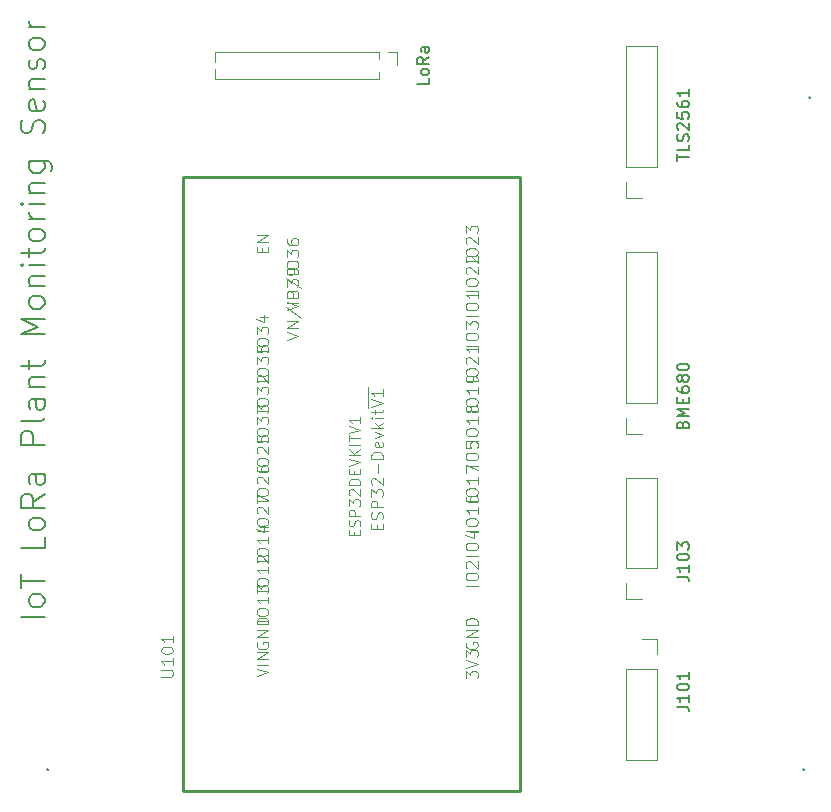
<source format=gbr>
%TF.GenerationSoftware,KiCad,Pcbnew,(5.1.10)-1*%
%TF.CreationDate,2022-02-10T20:54:04-03:00*%
%TF.ProjectId,sensor_v00,73656e73-6f72-45f7-9630-302e6b696361,rev?*%
%TF.SameCoordinates,Original*%
%TF.FileFunction,Legend,Top*%
%TF.FilePolarity,Positive*%
%FSLAX46Y46*%
G04 Gerber Fmt 4.6, Leading zero omitted, Abs format (unit mm)*
G04 Created by KiCad (PCBNEW (5.1.10)-1) date 2022-02-10 20:54:04*
%MOMM*%
%LPD*%
G01*
G04 APERTURE LIST*
%ADD10C,0.200000*%
%ADD11C,0.120000*%
%ADD12C,0.254000*%
%ADD13C,0.150000*%
%ADD14C,0.050000*%
G04 APERTURE END LIST*
D10*
X105904761Y-125679238D02*
X103904761Y-125679238D01*
X105904761Y-124441142D02*
X105809523Y-124631619D01*
X105714285Y-124726857D01*
X105523809Y-124822095D01*
X104952380Y-124822095D01*
X104761904Y-124726857D01*
X104666666Y-124631619D01*
X104571428Y-124441142D01*
X104571428Y-124155428D01*
X104666666Y-123964952D01*
X104761904Y-123869714D01*
X104952380Y-123774476D01*
X105523809Y-123774476D01*
X105714285Y-123869714D01*
X105809523Y-123964952D01*
X105904761Y-124155428D01*
X105904761Y-124441142D01*
X103904761Y-123203047D02*
X103904761Y-122060190D01*
X105904761Y-122631619D02*
X103904761Y-122631619D01*
X105904761Y-118917333D02*
X105904761Y-119869714D01*
X103904761Y-119869714D01*
X105904761Y-117964952D02*
X105809523Y-118155428D01*
X105714285Y-118250666D01*
X105523809Y-118345904D01*
X104952380Y-118345904D01*
X104761904Y-118250666D01*
X104666666Y-118155428D01*
X104571428Y-117964952D01*
X104571428Y-117679238D01*
X104666666Y-117488761D01*
X104761904Y-117393523D01*
X104952380Y-117298285D01*
X105523809Y-117298285D01*
X105714285Y-117393523D01*
X105809523Y-117488761D01*
X105904761Y-117679238D01*
X105904761Y-117964952D01*
X105904761Y-115298285D02*
X104952380Y-115964952D01*
X105904761Y-116441142D02*
X103904761Y-116441142D01*
X103904761Y-115679238D01*
X104000000Y-115488761D01*
X104095238Y-115393523D01*
X104285714Y-115298285D01*
X104571428Y-115298285D01*
X104761904Y-115393523D01*
X104857142Y-115488761D01*
X104952380Y-115679238D01*
X104952380Y-116441142D01*
X105904761Y-113584000D02*
X104857142Y-113584000D01*
X104666666Y-113679238D01*
X104571428Y-113869714D01*
X104571428Y-114250666D01*
X104666666Y-114441142D01*
X105809523Y-113584000D02*
X105904761Y-113774476D01*
X105904761Y-114250666D01*
X105809523Y-114441142D01*
X105619047Y-114536380D01*
X105428571Y-114536380D01*
X105238095Y-114441142D01*
X105142857Y-114250666D01*
X105142857Y-113774476D01*
X105047619Y-113584000D01*
X105904761Y-111107809D02*
X103904761Y-111107809D01*
X103904761Y-110345904D01*
X104000000Y-110155428D01*
X104095238Y-110060190D01*
X104285714Y-109964952D01*
X104571428Y-109964952D01*
X104761904Y-110060190D01*
X104857142Y-110155428D01*
X104952380Y-110345904D01*
X104952380Y-111107809D01*
X105904761Y-108822095D02*
X105809523Y-109012571D01*
X105619047Y-109107809D01*
X103904761Y-109107809D01*
X105904761Y-107203047D02*
X104857142Y-107203047D01*
X104666666Y-107298285D01*
X104571428Y-107488761D01*
X104571428Y-107869714D01*
X104666666Y-108060190D01*
X105809523Y-107203047D02*
X105904761Y-107393523D01*
X105904761Y-107869714D01*
X105809523Y-108060190D01*
X105619047Y-108155428D01*
X105428571Y-108155428D01*
X105238095Y-108060190D01*
X105142857Y-107869714D01*
X105142857Y-107393523D01*
X105047619Y-107203047D01*
X104571428Y-106250666D02*
X105904761Y-106250666D01*
X104761904Y-106250666D02*
X104666666Y-106155428D01*
X104571428Y-105964952D01*
X104571428Y-105679238D01*
X104666666Y-105488761D01*
X104857142Y-105393523D01*
X105904761Y-105393523D01*
X104571428Y-104726857D02*
X104571428Y-103964952D01*
X103904761Y-104441142D02*
X105619047Y-104441142D01*
X105809523Y-104345904D01*
X105904761Y-104155428D01*
X105904761Y-103964952D01*
X105904761Y-101774476D02*
X103904761Y-101774476D01*
X105333333Y-101107809D01*
X103904761Y-100441142D01*
X105904761Y-100441142D01*
X105904761Y-99203047D02*
X105809523Y-99393523D01*
X105714285Y-99488761D01*
X105523809Y-99584000D01*
X104952380Y-99584000D01*
X104761904Y-99488761D01*
X104666666Y-99393523D01*
X104571428Y-99203047D01*
X104571428Y-98917333D01*
X104666666Y-98726857D01*
X104761904Y-98631619D01*
X104952380Y-98536380D01*
X105523809Y-98536380D01*
X105714285Y-98631619D01*
X105809523Y-98726857D01*
X105904761Y-98917333D01*
X105904761Y-99203047D01*
X104571428Y-97679238D02*
X105904761Y-97679238D01*
X104761904Y-97679238D02*
X104666666Y-97584000D01*
X104571428Y-97393523D01*
X104571428Y-97107809D01*
X104666666Y-96917333D01*
X104857142Y-96822095D01*
X105904761Y-96822095D01*
X105904761Y-95869714D02*
X104571428Y-95869714D01*
X103904761Y-95869714D02*
X104000000Y-95964952D01*
X104095238Y-95869714D01*
X104000000Y-95774476D01*
X103904761Y-95869714D01*
X104095238Y-95869714D01*
X104571428Y-95203047D02*
X104571428Y-94441142D01*
X103904761Y-94917333D02*
X105619047Y-94917333D01*
X105809523Y-94822095D01*
X105904761Y-94631619D01*
X105904761Y-94441142D01*
X105904761Y-93488761D02*
X105809523Y-93679238D01*
X105714285Y-93774476D01*
X105523809Y-93869714D01*
X104952380Y-93869714D01*
X104761904Y-93774476D01*
X104666666Y-93679238D01*
X104571428Y-93488761D01*
X104571428Y-93203047D01*
X104666666Y-93012571D01*
X104761904Y-92917333D01*
X104952380Y-92822095D01*
X105523809Y-92822095D01*
X105714285Y-92917333D01*
X105809523Y-93012571D01*
X105904761Y-93203047D01*
X105904761Y-93488761D01*
X105904761Y-91964952D02*
X104571428Y-91964952D01*
X104952380Y-91964952D02*
X104761904Y-91869714D01*
X104666666Y-91774476D01*
X104571428Y-91584000D01*
X104571428Y-91393523D01*
X105904761Y-90726857D02*
X104571428Y-90726857D01*
X103904761Y-90726857D02*
X104000000Y-90822095D01*
X104095238Y-90726857D01*
X104000000Y-90631619D01*
X103904761Y-90726857D01*
X104095238Y-90726857D01*
X104571428Y-89774476D02*
X105904761Y-89774476D01*
X104761904Y-89774476D02*
X104666666Y-89679238D01*
X104571428Y-89488761D01*
X104571428Y-89203047D01*
X104666666Y-89012571D01*
X104857142Y-88917333D01*
X105904761Y-88917333D01*
X104571428Y-87107809D02*
X106190476Y-87107809D01*
X106380952Y-87203047D01*
X106476190Y-87298285D01*
X106571428Y-87488761D01*
X106571428Y-87774476D01*
X106476190Y-87964952D01*
X105809523Y-87107809D02*
X105904761Y-87298285D01*
X105904761Y-87679238D01*
X105809523Y-87869714D01*
X105714285Y-87964952D01*
X105523809Y-88060190D01*
X104952380Y-88060190D01*
X104761904Y-87964952D01*
X104666666Y-87869714D01*
X104571428Y-87679238D01*
X104571428Y-87298285D01*
X104666666Y-87107809D01*
X105809523Y-84726857D02*
X105904761Y-84441142D01*
X105904761Y-83964952D01*
X105809523Y-83774476D01*
X105714285Y-83679238D01*
X105523809Y-83584000D01*
X105333333Y-83584000D01*
X105142857Y-83679238D01*
X105047619Y-83774476D01*
X104952380Y-83964952D01*
X104857142Y-84345904D01*
X104761904Y-84536380D01*
X104666666Y-84631619D01*
X104476190Y-84726857D01*
X104285714Y-84726857D01*
X104095238Y-84631619D01*
X104000000Y-84536380D01*
X103904761Y-84345904D01*
X103904761Y-83869714D01*
X104000000Y-83584000D01*
X105809523Y-81964952D02*
X105904761Y-82155428D01*
X105904761Y-82536380D01*
X105809523Y-82726857D01*
X105619047Y-82822095D01*
X104857142Y-82822095D01*
X104666666Y-82726857D01*
X104571428Y-82536380D01*
X104571428Y-82155428D01*
X104666666Y-81964952D01*
X104857142Y-81869714D01*
X105047619Y-81869714D01*
X105238095Y-82822095D01*
X104571428Y-81012571D02*
X105904761Y-81012571D01*
X104761904Y-81012571D02*
X104666666Y-80917333D01*
X104571428Y-80726857D01*
X104571428Y-80441142D01*
X104666666Y-80250666D01*
X104857142Y-80155428D01*
X105904761Y-80155428D01*
X105809523Y-79298285D02*
X105904761Y-79107809D01*
X105904761Y-78726857D01*
X105809523Y-78536380D01*
X105619047Y-78441142D01*
X105523809Y-78441142D01*
X105333333Y-78536380D01*
X105238095Y-78726857D01*
X105238095Y-79012571D01*
X105142857Y-79203047D01*
X104952380Y-79298285D01*
X104857142Y-79298285D01*
X104666666Y-79203047D01*
X104571428Y-79012571D01*
X104571428Y-78726857D01*
X104666666Y-78536380D01*
X105904761Y-77298285D02*
X105809523Y-77488761D01*
X105714285Y-77584000D01*
X105523809Y-77679238D01*
X104952380Y-77679238D01*
X104761904Y-77584000D01*
X104666666Y-77488761D01*
X104571428Y-77298285D01*
X104571428Y-77012571D01*
X104666666Y-76822095D01*
X104761904Y-76726857D01*
X104952380Y-76631619D01*
X105523809Y-76631619D01*
X105714285Y-76726857D01*
X105809523Y-76822095D01*
X105904761Y-77012571D01*
X105904761Y-77298285D01*
X105904761Y-75774476D02*
X104571428Y-75774476D01*
X104952380Y-75774476D02*
X104761904Y-75679238D01*
X104666666Y-75584000D01*
X104571428Y-75393523D01*
X104571428Y-75203047D01*
D11*
%TO.C,LoRa*%
X120335000Y-77890000D02*
X120335000Y-78692470D01*
X120335000Y-79307530D02*
X120335000Y-80110000D01*
X134240000Y-77890000D02*
X120335000Y-77890000D01*
X134240000Y-80110000D02*
X120335000Y-80110000D01*
X134240000Y-77890000D02*
X134240000Y-78436529D01*
X134240000Y-79563471D02*
X134240000Y-80110000D01*
X135000000Y-77890000D02*
X135760000Y-77890000D01*
X135760000Y-77890000D02*
X135760000Y-79000000D01*
D12*
%TO.C,U101*%
X146117840Y-140440240D02*
X117582840Y-140440240D01*
X146117840Y-88440240D02*
X146117840Y-140440240D01*
X117582840Y-88440240D02*
X146117840Y-88440240D01*
X117582840Y-140440240D02*
X117582840Y-88440240D01*
D11*
%TO.C,TLS2561*%
X157792920Y-87580920D02*
X155132920Y-87580920D01*
X157792920Y-87580920D02*
X157792920Y-77360920D01*
X157792920Y-77360920D02*
X155132920Y-77360920D01*
X155132920Y-87580920D02*
X155132920Y-77360920D01*
X155132920Y-90180920D02*
X155132920Y-88850920D01*
X156462920Y-90180920D02*
X155132920Y-90180920D01*
%TO.C,J103*%
X157792920Y-121580920D02*
X155132920Y-121580920D01*
X157792920Y-121580920D02*
X157792920Y-113900920D01*
X157792920Y-113900920D02*
X155132920Y-113900920D01*
X155132920Y-121580920D02*
X155132920Y-113900920D01*
X155132920Y-124180920D02*
X155132920Y-122850920D01*
X156462920Y-124180920D02*
X155132920Y-124180920D01*
%TO.C,BME680*%
X157792920Y-107580920D02*
X155132920Y-107580920D01*
X157792920Y-107580920D02*
X157792920Y-94820920D01*
X157792920Y-94820920D02*
X155132920Y-94820920D01*
X155132920Y-107580920D02*
X155132920Y-94820920D01*
X155132920Y-110180920D02*
X155132920Y-108850920D01*
X156462920Y-110180920D02*
X155132920Y-110180920D01*
%TO.C,J101*%
X155132920Y-130120920D02*
X157792920Y-130120920D01*
X155132920Y-130120920D02*
X155132920Y-137800920D01*
X155132920Y-137800920D02*
X157792920Y-137800920D01*
X157792920Y-130120920D02*
X157792920Y-137800920D01*
X157792920Y-127520920D02*
X157792920Y-128850920D01*
X156462920Y-127520920D02*
X157792920Y-127520920D01*
%TO.C,.*%
D13*
X106172000Y-138533142D02*
X106219619Y-138580761D01*
X106172000Y-138628380D01*
X106124380Y-138580761D01*
X106172000Y-138533142D01*
X106172000Y-138628380D01*
X170180000Y-138533142D02*
X170227619Y-138580761D01*
X170180000Y-138628380D01*
X170132380Y-138580761D01*
X170180000Y-138533142D01*
X170180000Y-138628380D01*
X170688000Y-81637142D02*
X170735619Y-81684761D01*
X170688000Y-81732380D01*
X170640380Y-81684761D01*
X170688000Y-81637142D01*
X170688000Y-81732380D01*
%TO.C,LoRa*%
X138452380Y-80095238D02*
X138452380Y-80571428D01*
X137452380Y-80571428D01*
X138452380Y-79619047D02*
X138404761Y-79714285D01*
X138357142Y-79761904D01*
X138261904Y-79809523D01*
X137976190Y-79809523D01*
X137880952Y-79761904D01*
X137833333Y-79714285D01*
X137785714Y-79619047D01*
X137785714Y-79476190D01*
X137833333Y-79380952D01*
X137880952Y-79333333D01*
X137976190Y-79285714D01*
X138261904Y-79285714D01*
X138357142Y-79333333D01*
X138404761Y-79380952D01*
X138452380Y-79476190D01*
X138452380Y-79619047D01*
X138452380Y-78285714D02*
X137976190Y-78619047D01*
X138452380Y-78857142D02*
X137452380Y-78857142D01*
X137452380Y-78476190D01*
X137500000Y-78380952D01*
X137547619Y-78333333D01*
X137642857Y-78285714D01*
X137785714Y-78285714D01*
X137880952Y-78333333D01*
X137928571Y-78380952D01*
X137976190Y-78476190D01*
X137976190Y-78857142D01*
X138452380Y-77428571D02*
X137928571Y-77428571D01*
X137833333Y-77476190D01*
X137785714Y-77571428D01*
X137785714Y-77761904D01*
X137833333Y-77857142D01*
X138404761Y-77428571D02*
X138452380Y-77523809D01*
X138452380Y-77761904D01*
X138404761Y-77857142D01*
X138309523Y-77904761D01*
X138214285Y-77904761D01*
X138119047Y-77857142D01*
X138071428Y-77761904D01*
X138071428Y-77523809D01*
X138023809Y-77428571D01*
%TO.C,U101*%
D14*
X115765220Y-130744525D02*
X116574744Y-130744525D01*
X116669982Y-130696906D01*
X116717601Y-130649287D01*
X116765220Y-130554049D01*
X116765220Y-130363573D01*
X116717601Y-130268335D01*
X116669982Y-130220716D01*
X116574744Y-130173097D01*
X115765220Y-130173097D01*
X116765220Y-129173097D02*
X116765220Y-129744525D01*
X116765220Y-129458811D02*
X115765220Y-129458811D01*
X115908078Y-129554049D01*
X116003316Y-129649287D01*
X116050935Y-129744525D01*
X115765220Y-128554049D02*
X115765220Y-128458811D01*
X115812840Y-128363573D01*
X115860459Y-128315954D01*
X115955697Y-128268335D01*
X116146173Y-128220716D01*
X116384268Y-128220716D01*
X116574744Y-128268335D01*
X116669982Y-128315954D01*
X116717601Y-128363573D01*
X116765220Y-128458811D01*
X116765220Y-128554049D01*
X116717601Y-128649287D01*
X116669982Y-128696906D01*
X116574744Y-128744525D01*
X116384268Y-128792144D01*
X116146173Y-128792144D01*
X115955697Y-128744525D01*
X115860459Y-128696906D01*
X115812840Y-128649287D01*
X115765220Y-128554049D01*
X116765220Y-127268335D02*
X116765220Y-127839763D01*
X116765220Y-127554049D02*
X115765220Y-127554049D01*
X115908078Y-127649287D01*
X116003316Y-127744525D01*
X116050935Y-127839763D01*
X132116411Y-118783097D02*
X132116411Y-118483097D01*
X132640220Y-118354525D02*
X132640220Y-118783097D01*
X131640220Y-118783097D01*
X131640220Y-118354525D01*
X132592601Y-118011668D02*
X132640220Y-117883097D01*
X132640220Y-117668811D01*
X132592601Y-117583097D01*
X132544982Y-117540240D01*
X132449744Y-117497382D01*
X132354506Y-117497382D01*
X132259268Y-117540240D01*
X132211649Y-117583097D01*
X132164030Y-117668811D01*
X132116411Y-117840240D01*
X132068792Y-117925954D01*
X132021173Y-117968811D01*
X131925935Y-118011668D01*
X131830697Y-118011668D01*
X131735459Y-117968811D01*
X131687840Y-117925954D01*
X131640220Y-117840240D01*
X131640220Y-117625954D01*
X131687840Y-117497382D01*
X132640220Y-117111668D02*
X131640220Y-117111668D01*
X131640220Y-116768811D01*
X131687840Y-116683097D01*
X131735459Y-116640240D01*
X131830697Y-116597382D01*
X131973554Y-116597382D01*
X132068792Y-116640240D01*
X132116411Y-116683097D01*
X132164030Y-116768811D01*
X132164030Y-117111668D01*
X131640220Y-116297382D02*
X131640220Y-115740240D01*
X132021173Y-116040240D01*
X132021173Y-115911668D01*
X132068792Y-115825954D01*
X132116411Y-115783097D01*
X132211649Y-115740240D01*
X132449744Y-115740240D01*
X132544982Y-115783097D01*
X132592601Y-115825954D01*
X132640220Y-115911668D01*
X132640220Y-116168811D01*
X132592601Y-116254525D01*
X132544982Y-116297382D01*
X131735459Y-115397382D02*
X131687840Y-115354525D01*
X131640220Y-115268811D01*
X131640220Y-115054525D01*
X131687840Y-114968811D01*
X131735459Y-114925954D01*
X131830697Y-114883097D01*
X131925935Y-114883097D01*
X132068792Y-114925954D01*
X132640220Y-115440240D01*
X132640220Y-114883097D01*
X132640220Y-114497382D02*
X131640220Y-114497382D01*
X131640220Y-114283097D01*
X131687840Y-114154525D01*
X131783078Y-114068811D01*
X131878316Y-114025954D01*
X132068792Y-113983097D01*
X132211649Y-113983097D01*
X132402125Y-114025954D01*
X132497363Y-114068811D01*
X132592601Y-114154525D01*
X132640220Y-114283097D01*
X132640220Y-114497382D01*
X132116411Y-113597382D02*
X132116411Y-113297382D01*
X132640220Y-113168811D02*
X132640220Y-113597382D01*
X131640220Y-113597382D01*
X131640220Y-113168811D01*
X131640220Y-112911668D02*
X132640220Y-112611668D01*
X131640220Y-112311668D01*
X132640220Y-112011668D02*
X131640220Y-112011668D01*
X132640220Y-111497382D02*
X132068792Y-111883097D01*
X131640220Y-111497382D02*
X132211649Y-112011668D01*
X132640220Y-111111668D02*
X131640220Y-111111668D01*
X131640220Y-110811668D02*
X131640220Y-110297382D01*
X132640220Y-110554525D02*
X131640220Y-110554525D01*
X131640220Y-110125954D02*
X132640220Y-109825954D01*
X131640220Y-109525954D01*
X132640220Y-108754525D02*
X132640220Y-109268811D01*
X132640220Y-109011668D02*
X131640220Y-109011668D01*
X131783078Y-109097382D01*
X131878316Y-109183097D01*
X131925935Y-109268811D01*
X134026411Y-118275001D02*
X134026411Y-117941668D01*
X134550220Y-117798811D02*
X134550220Y-118275001D01*
X133550220Y-118275001D01*
X133550220Y-117798811D01*
X134502601Y-117417859D02*
X134550220Y-117275001D01*
X134550220Y-117036906D01*
X134502601Y-116941668D01*
X134454982Y-116894049D01*
X134359744Y-116846430D01*
X134264506Y-116846430D01*
X134169268Y-116894049D01*
X134121649Y-116941668D01*
X134074030Y-117036906D01*
X134026411Y-117227382D01*
X133978792Y-117322620D01*
X133931173Y-117370240D01*
X133835935Y-117417859D01*
X133740697Y-117417859D01*
X133645459Y-117370240D01*
X133597840Y-117322620D01*
X133550220Y-117227382D01*
X133550220Y-116989287D01*
X133597840Y-116846430D01*
X134550220Y-116417859D02*
X133550220Y-116417859D01*
X133550220Y-116036906D01*
X133597840Y-115941668D01*
X133645459Y-115894049D01*
X133740697Y-115846430D01*
X133883554Y-115846430D01*
X133978792Y-115894049D01*
X134026411Y-115941668D01*
X134074030Y-116036906D01*
X134074030Y-116417859D01*
X133550220Y-115513097D02*
X133550220Y-114894049D01*
X133931173Y-115227382D01*
X133931173Y-115084525D01*
X133978792Y-114989287D01*
X134026411Y-114941668D01*
X134121649Y-114894049D01*
X134359744Y-114894049D01*
X134454982Y-114941668D01*
X134502601Y-114989287D01*
X134550220Y-115084525D01*
X134550220Y-115370240D01*
X134502601Y-115465478D01*
X134454982Y-115513097D01*
X133645459Y-114513097D02*
X133597840Y-114465478D01*
X133550220Y-114370240D01*
X133550220Y-114132144D01*
X133597840Y-114036906D01*
X133645459Y-113989287D01*
X133740697Y-113941668D01*
X133835935Y-113941668D01*
X133978792Y-113989287D01*
X134550220Y-114560716D01*
X134550220Y-113941668D01*
X134169268Y-113513097D02*
X134169268Y-112751192D01*
X134550220Y-112275001D02*
X133550220Y-112275001D01*
X133550220Y-112036906D01*
X133597840Y-111894049D01*
X133693078Y-111798811D01*
X133788316Y-111751192D01*
X133978792Y-111703573D01*
X134121649Y-111703573D01*
X134312125Y-111751192D01*
X134407363Y-111798811D01*
X134502601Y-111894049D01*
X134550220Y-112036906D01*
X134550220Y-112275001D01*
X134502601Y-110894049D02*
X134550220Y-110989287D01*
X134550220Y-111179763D01*
X134502601Y-111275001D01*
X134407363Y-111322620D01*
X134026411Y-111322620D01*
X133931173Y-111275001D01*
X133883554Y-111179763D01*
X133883554Y-110989287D01*
X133931173Y-110894049D01*
X134026411Y-110846430D01*
X134121649Y-110846430D01*
X134216887Y-111322620D01*
X133883554Y-110513097D02*
X134550220Y-110275001D01*
X133883554Y-110036906D01*
X134550220Y-109655954D02*
X133550220Y-109655954D01*
X134169268Y-109560716D02*
X134550220Y-109275001D01*
X133883554Y-109275001D02*
X134264506Y-109655954D01*
X134550220Y-108846430D02*
X133883554Y-108846430D01*
X133550220Y-108846430D02*
X133597840Y-108894049D01*
X133645459Y-108846430D01*
X133597840Y-108798811D01*
X133550220Y-108846430D01*
X133645459Y-108846430D01*
X133883554Y-108513097D02*
X133883554Y-108132144D01*
X133550220Y-108370240D02*
X134407363Y-108370240D01*
X134502601Y-108322620D01*
X134550220Y-108227382D01*
X134550220Y-108132144D01*
X133312840Y-108036906D02*
X133312840Y-107179763D01*
X133550220Y-107941668D02*
X134550220Y-107608335D01*
X133550220Y-107275001D01*
X133312840Y-107179763D02*
X133312840Y-106227382D01*
X134550220Y-106417859D02*
X134550220Y-106989287D01*
X134550220Y-106703573D02*
X133550220Y-106703573D01*
X133693078Y-106798811D01*
X133788316Y-106894049D01*
X133835935Y-106989287D01*
X124326411Y-94808335D02*
X124326411Y-94475001D01*
X124850220Y-94332144D02*
X124850220Y-94808335D01*
X123850220Y-94808335D01*
X123850220Y-94332144D01*
X124850220Y-93903573D02*
X123850220Y-93903573D01*
X124850220Y-93332144D01*
X123850220Y-93332144D01*
X126390220Y-99681668D02*
X127390220Y-99348335D01*
X126390220Y-99015001D01*
X127390220Y-98681668D02*
X126390220Y-98681668D01*
X126390220Y-98300716D01*
X126437840Y-98205478D01*
X126485459Y-98157859D01*
X126580697Y-98110240D01*
X126723554Y-98110240D01*
X126818792Y-98157859D01*
X126866411Y-98205478D01*
X126914030Y-98300716D01*
X126914030Y-98681668D01*
X126342601Y-96967382D02*
X127628316Y-97824525D01*
X127390220Y-96634049D02*
X126390220Y-96634049D01*
X126390220Y-95967382D02*
X126390220Y-95776906D01*
X126437840Y-95681668D01*
X126533078Y-95586430D01*
X126723554Y-95538811D01*
X127056887Y-95538811D01*
X127247363Y-95586430D01*
X127342601Y-95681668D01*
X127390220Y-95776906D01*
X127390220Y-95967382D01*
X127342601Y-96062620D01*
X127247363Y-96157859D01*
X127056887Y-96205478D01*
X126723554Y-96205478D01*
X126533078Y-96157859D01*
X126437840Y-96062620D01*
X126390220Y-95967382D01*
X126390220Y-95205478D02*
X126390220Y-94586430D01*
X126771173Y-94919763D01*
X126771173Y-94776906D01*
X126818792Y-94681668D01*
X126866411Y-94634049D01*
X126961649Y-94586430D01*
X127199744Y-94586430D01*
X127294982Y-94634049D01*
X127342601Y-94681668D01*
X127390220Y-94776906D01*
X127390220Y-95062620D01*
X127342601Y-95157859D01*
X127294982Y-95205478D01*
X126390220Y-93729287D02*
X126390220Y-93919763D01*
X126437840Y-94015001D01*
X126485459Y-94062620D01*
X126628316Y-94157859D01*
X126818792Y-94205478D01*
X127199744Y-94205478D01*
X127294982Y-94157859D01*
X127342601Y-94110240D01*
X127390220Y-94015001D01*
X127390220Y-93824525D01*
X127342601Y-93729287D01*
X127294982Y-93681668D01*
X127199744Y-93634049D01*
X126961649Y-93634049D01*
X126866411Y-93681668D01*
X126818792Y-93729287D01*
X126771173Y-93824525D01*
X126771173Y-94015001D01*
X126818792Y-94110240D01*
X126866411Y-94157859D01*
X126961649Y-94205478D01*
X126390220Y-102245478D02*
X127390220Y-101912144D01*
X126390220Y-101578811D01*
X127390220Y-101245478D02*
X126390220Y-101245478D01*
X127390220Y-100674049D01*
X126390220Y-100674049D01*
X126342601Y-99483573D02*
X127628316Y-100340716D01*
X127390220Y-99150240D02*
X126390220Y-99150240D01*
X126390220Y-98483573D02*
X126390220Y-98293097D01*
X126437840Y-98197859D01*
X126533078Y-98102620D01*
X126723554Y-98055001D01*
X127056887Y-98055001D01*
X127247363Y-98102620D01*
X127342601Y-98197859D01*
X127390220Y-98293097D01*
X127390220Y-98483573D01*
X127342601Y-98578811D01*
X127247363Y-98674049D01*
X127056887Y-98721668D01*
X126723554Y-98721668D01*
X126533078Y-98674049D01*
X126437840Y-98578811D01*
X126390220Y-98483573D01*
X126390220Y-97721668D02*
X126390220Y-97102620D01*
X126771173Y-97435954D01*
X126771173Y-97293097D01*
X126818792Y-97197859D01*
X126866411Y-97150240D01*
X126961649Y-97102620D01*
X127199744Y-97102620D01*
X127294982Y-97150240D01*
X127342601Y-97197859D01*
X127390220Y-97293097D01*
X127390220Y-97578811D01*
X127342601Y-97674049D01*
X127294982Y-97721668D01*
X127390220Y-96626430D02*
X127390220Y-96435954D01*
X127342601Y-96340716D01*
X127294982Y-96293097D01*
X127152125Y-96197859D01*
X126961649Y-96150240D01*
X126580697Y-96150240D01*
X126485459Y-96197859D01*
X126437840Y-96245478D01*
X126390220Y-96340716D01*
X126390220Y-96531192D01*
X126437840Y-96626430D01*
X126485459Y-96674049D01*
X126580697Y-96721668D01*
X126818792Y-96721668D01*
X126914030Y-96674049D01*
X126961649Y-96626430D01*
X127009268Y-96531192D01*
X127009268Y-96340716D01*
X126961649Y-96245478D01*
X126914030Y-96197859D01*
X126818792Y-96150240D01*
X124850220Y-103166430D02*
X123850220Y-103166430D01*
X123850220Y-102499763D02*
X123850220Y-102309287D01*
X123897840Y-102214049D01*
X123993078Y-102118811D01*
X124183554Y-102071192D01*
X124516887Y-102071192D01*
X124707363Y-102118811D01*
X124802601Y-102214049D01*
X124850220Y-102309287D01*
X124850220Y-102499763D01*
X124802601Y-102595001D01*
X124707363Y-102690240D01*
X124516887Y-102737859D01*
X124183554Y-102737859D01*
X123993078Y-102690240D01*
X123897840Y-102595001D01*
X123850220Y-102499763D01*
X123850220Y-101737859D02*
X123850220Y-101118811D01*
X124231173Y-101452144D01*
X124231173Y-101309287D01*
X124278792Y-101214049D01*
X124326411Y-101166430D01*
X124421649Y-101118811D01*
X124659744Y-101118811D01*
X124754982Y-101166430D01*
X124802601Y-101214049D01*
X124850220Y-101309287D01*
X124850220Y-101595001D01*
X124802601Y-101690240D01*
X124754982Y-101737859D01*
X124183554Y-100261668D02*
X124850220Y-100261668D01*
X123802601Y-100499763D02*
X124516887Y-100737859D01*
X124516887Y-100118811D01*
X124850220Y-105706430D02*
X123850220Y-105706430D01*
X123850220Y-105039763D02*
X123850220Y-104849287D01*
X123897840Y-104754049D01*
X123993078Y-104658811D01*
X124183554Y-104611192D01*
X124516887Y-104611192D01*
X124707363Y-104658811D01*
X124802601Y-104754049D01*
X124850220Y-104849287D01*
X124850220Y-105039763D01*
X124802601Y-105135001D01*
X124707363Y-105230240D01*
X124516887Y-105277859D01*
X124183554Y-105277859D01*
X123993078Y-105230240D01*
X123897840Y-105135001D01*
X123850220Y-105039763D01*
X123850220Y-104277859D02*
X123850220Y-103658811D01*
X124231173Y-103992144D01*
X124231173Y-103849287D01*
X124278792Y-103754049D01*
X124326411Y-103706430D01*
X124421649Y-103658811D01*
X124659744Y-103658811D01*
X124754982Y-103706430D01*
X124802601Y-103754049D01*
X124850220Y-103849287D01*
X124850220Y-104135001D01*
X124802601Y-104230240D01*
X124754982Y-104277859D01*
X123850220Y-102754049D02*
X123850220Y-103230240D01*
X124326411Y-103277859D01*
X124278792Y-103230240D01*
X124231173Y-103135001D01*
X124231173Y-102896906D01*
X124278792Y-102801668D01*
X124326411Y-102754049D01*
X124421649Y-102706430D01*
X124659744Y-102706430D01*
X124754982Y-102754049D01*
X124802601Y-102801668D01*
X124850220Y-102896906D01*
X124850220Y-103135001D01*
X124802601Y-103230240D01*
X124754982Y-103277859D01*
X124850220Y-108246430D02*
X123850220Y-108246430D01*
X123850220Y-107579763D02*
X123850220Y-107389287D01*
X123897840Y-107294049D01*
X123993078Y-107198811D01*
X124183554Y-107151192D01*
X124516887Y-107151192D01*
X124707363Y-107198811D01*
X124802601Y-107294049D01*
X124850220Y-107389287D01*
X124850220Y-107579763D01*
X124802601Y-107675001D01*
X124707363Y-107770240D01*
X124516887Y-107817859D01*
X124183554Y-107817859D01*
X123993078Y-107770240D01*
X123897840Y-107675001D01*
X123850220Y-107579763D01*
X123850220Y-106817859D02*
X123850220Y-106198811D01*
X124231173Y-106532144D01*
X124231173Y-106389287D01*
X124278792Y-106294049D01*
X124326411Y-106246430D01*
X124421649Y-106198811D01*
X124659744Y-106198811D01*
X124754982Y-106246430D01*
X124802601Y-106294049D01*
X124850220Y-106389287D01*
X124850220Y-106675001D01*
X124802601Y-106770240D01*
X124754982Y-106817859D01*
X123945459Y-105817859D02*
X123897840Y-105770240D01*
X123850220Y-105675001D01*
X123850220Y-105436906D01*
X123897840Y-105341668D01*
X123945459Y-105294049D01*
X124040697Y-105246430D01*
X124135935Y-105246430D01*
X124278792Y-105294049D01*
X124850220Y-105865478D01*
X124850220Y-105246430D01*
X124850220Y-110786430D02*
X123850220Y-110786430D01*
X123850220Y-110119763D02*
X123850220Y-109929287D01*
X123897840Y-109834049D01*
X123993078Y-109738811D01*
X124183554Y-109691192D01*
X124516887Y-109691192D01*
X124707363Y-109738811D01*
X124802601Y-109834049D01*
X124850220Y-109929287D01*
X124850220Y-110119763D01*
X124802601Y-110215001D01*
X124707363Y-110310240D01*
X124516887Y-110357859D01*
X124183554Y-110357859D01*
X123993078Y-110310240D01*
X123897840Y-110215001D01*
X123850220Y-110119763D01*
X123850220Y-109357859D02*
X123850220Y-108738811D01*
X124231173Y-109072144D01*
X124231173Y-108929287D01*
X124278792Y-108834049D01*
X124326411Y-108786430D01*
X124421649Y-108738811D01*
X124659744Y-108738811D01*
X124754982Y-108786430D01*
X124802601Y-108834049D01*
X124850220Y-108929287D01*
X124850220Y-109215001D01*
X124802601Y-109310240D01*
X124754982Y-109357859D01*
X123850220Y-108405478D02*
X123850220Y-107786430D01*
X124231173Y-108119763D01*
X124231173Y-107976906D01*
X124278792Y-107881668D01*
X124326411Y-107834049D01*
X124421649Y-107786430D01*
X124659744Y-107786430D01*
X124754982Y-107834049D01*
X124802601Y-107881668D01*
X124850220Y-107976906D01*
X124850220Y-108262620D01*
X124802601Y-108357859D01*
X124754982Y-108405478D01*
X124850220Y-113326430D02*
X123850220Y-113326430D01*
X123850220Y-112659763D02*
X123850220Y-112469287D01*
X123897840Y-112374049D01*
X123993078Y-112278811D01*
X124183554Y-112231192D01*
X124516887Y-112231192D01*
X124707363Y-112278811D01*
X124802601Y-112374049D01*
X124850220Y-112469287D01*
X124850220Y-112659763D01*
X124802601Y-112755001D01*
X124707363Y-112850240D01*
X124516887Y-112897859D01*
X124183554Y-112897859D01*
X123993078Y-112850240D01*
X123897840Y-112755001D01*
X123850220Y-112659763D01*
X123945459Y-111850240D02*
X123897840Y-111802620D01*
X123850220Y-111707382D01*
X123850220Y-111469287D01*
X123897840Y-111374049D01*
X123945459Y-111326430D01*
X124040697Y-111278811D01*
X124135935Y-111278811D01*
X124278792Y-111326430D01*
X124850220Y-111897859D01*
X124850220Y-111278811D01*
X123850220Y-110374049D02*
X123850220Y-110850240D01*
X124326411Y-110897859D01*
X124278792Y-110850240D01*
X124231173Y-110755001D01*
X124231173Y-110516906D01*
X124278792Y-110421668D01*
X124326411Y-110374049D01*
X124421649Y-110326430D01*
X124659744Y-110326430D01*
X124754982Y-110374049D01*
X124802601Y-110421668D01*
X124850220Y-110516906D01*
X124850220Y-110755001D01*
X124802601Y-110850240D01*
X124754982Y-110897859D01*
X124850220Y-115866430D02*
X123850220Y-115866430D01*
X123850220Y-115199763D02*
X123850220Y-115009287D01*
X123897840Y-114914049D01*
X123993078Y-114818811D01*
X124183554Y-114771192D01*
X124516887Y-114771192D01*
X124707363Y-114818811D01*
X124802601Y-114914049D01*
X124850220Y-115009287D01*
X124850220Y-115199763D01*
X124802601Y-115295001D01*
X124707363Y-115390240D01*
X124516887Y-115437859D01*
X124183554Y-115437859D01*
X123993078Y-115390240D01*
X123897840Y-115295001D01*
X123850220Y-115199763D01*
X123945459Y-114390240D02*
X123897840Y-114342620D01*
X123850220Y-114247382D01*
X123850220Y-114009287D01*
X123897840Y-113914049D01*
X123945459Y-113866430D01*
X124040697Y-113818811D01*
X124135935Y-113818811D01*
X124278792Y-113866430D01*
X124850220Y-114437859D01*
X124850220Y-113818811D01*
X123850220Y-112961668D02*
X123850220Y-113152144D01*
X123897840Y-113247382D01*
X123945459Y-113295001D01*
X124088316Y-113390240D01*
X124278792Y-113437859D01*
X124659744Y-113437859D01*
X124754982Y-113390240D01*
X124802601Y-113342620D01*
X124850220Y-113247382D01*
X124850220Y-113056906D01*
X124802601Y-112961668D01*
X124754982Y-112914049D01*
X124659744Y-112866430D01*
X124421649Y-112866430D01*
X124326411Y-112914049D01*
X124278792Y-112961668D01*
X124231173Y-113056906D01*
X124231173Y-113247382D01*
X124278792Y-113342620D01*
X124326411Y-113390240D01*
X124421649Y-113437859D01*
X124850220Y-118406430D02*
X123850220Y-118406430D01*
X123850220Y-117739763D02*
X123850220Y-117549287D01*
X123897840Y-117454049D01*
X123993078Y-117358811D01*
X124183554Y-117311192D01*
X124516887Y-117311192D01*
X124707363Y-117358811D01*
X124802601Y-117454049D01*
X124850220Y-117549287D01*
X124850220Y-117739763D01*
X124802601Y-117835001D01*
X124707363Y-117930240D01*
X124516887Y-117977859D01*
X124183554Y-117977859D01*
X123993078Y-117930240D01*
X123897840Y-117835001D01*
X123850220Y-117739763D01*
X123945459Y-116930240D02*
X123897840Y-116882620D01*
X123850220Y-116787382D01*
X123850220Y-116549287D01*
X123897840Y-116454049D01*
X123945459Y-116406430D01*
X124040697Y-116358811D01*
X124135935Y-116358811D01*
X124278792Y-116406430D01*
X124850220Y-116977859D01*
X124850220Y-116358811D01*
X123850220Y-116025478D02*
X123850220Y-115358811D01*
X124850220Y-115787382D01*
X124850220Y-120946430D02*
X123850220Y-120946430D01*
X123850220Y-120279763D02*
X123850220Y-120089287D01*
X123897840Y-119994049D01*
X123993078Y-119898811D01*
X124183554Y-119851192D01*
X124516887Y-119851192D01*
X124707363Y-119898811D01*
X124802601Y-119994049D01*
X124850220Y-120089287D01*
X124850220Y-120279763D01*
X124802601Y-120375001D01*
X124707363Y-120470240D01*
X124516887Y-120517859D01*
X124183554Y-120517859D01*
X123993078Y-120470240D01*
X123897840Y-120375001D01*
X123850220Y-120279763D01*
X124850220Y-118898811D02*
X124850220Y-119470240D01*
X124850220Y-119184525D02*
X123850220Y-119184525D01*
X123993078Y-119279763D01*
X124088316Y-119375001D01*
X124135935Y-119470240D01*
X124183554Y-118041668D02*
X124850220Y-118041668D01*
X123802601Y-118279763D02*
X124516887Y-118517859D01*
X124516887Y-117898811D01*
X124850220Y-123486430D02*
X123850220Y-123486430D01*
X123850220Y-122819763D02*
X123850220Y-122629287D01*
X123897840Y-122534049D01*
X123993078Y-122438811D01*
X124183554Y-122391192D01*
X124516887Y-122391192D01*
X124707363Y-122438811D01*
X124802601Y-122534049D01*
X124850220Y-122629287D01*
X124850220Y-122819763D01*
X124802601Y-122915001D01*
X124707363Y-123010240D01*
X124516887Y-123057859D01*
X124183554Y-123057859D01*
X123993078Y-123010240D01*
X123897840Y-122915001D01*
X123850220Y-122819763D01*
X124850220Y-121438811D02*
X124850220Y-122010240D01*
X124850220Y-121724525D02*
X123850220Y-121724525D01*
X123993078Y-121819763D01*
X124088316Y-121915001D01*
X124135935Y-122010240D01*
X123945459Y-121057859D02*
X123897840Y-121010240D01*
X123850220Y-120915001D01*
X123850220Y-120676906D01*
X123897840Y-120581668D01*
X123945459Y-120534049D01*
X124040697Y-120486430D01*
X124135935Y-120486430D01*
X124278792Y-120534049D01*
X124850220Y-121105478D01*
X124850220Y-120486430D01*
X124850220Y-126026430D02*
X123850220Y-126026430D01*
X123850220Y-125359763D02*
X123850220Y-125169287D01*
X123897840Y-125074049D01*
X123993078Y-124978811D01*
X124183554Y-124931192D01*
X124516887Y-124931192D01*
X124707363Y-124978811D01*
X124802601Y-125074049D01*
X124850220Y-125169287D01*
X124850220Y-125359763D01*
X124802601Y-125455001D01*
X124707363Y-125550240D01*
X124516887Y-125597859D01*
X124183554Y-125597859D01*
X123993078Y-125550240D01*
X123897840Y-125455001D01*
X123850220Y-125359763D01*
X124850220Y-123978811D02*
X124850220Y-124550240D01*
X124850220Y-124264525D02*
X123850220Y-124264525D01*
X123993078Y-124359763D01*
X124088316Y-124455001D01*
X124135935Y-124550240D01*
X123850220Y-123645478D02*
X123850220Y-123026430D01*
X124231173Y-123359763D01*
X124231173Y-123216906D01*
X124278792Y-123121668D01*
X124326411Y-123074049D01*
X124421649Y-123026430D01*
X124659744Y-123026430D01*
X124754982Y-123074049D01*
X124802601Y-123121668D01*
X124850220Y-123216906D01*
X124850220Y-123502620D01*
X124802601Y-123597859D01*
X124754982Y-123645478D01*
X123897840Y-127852144D02*
X123850220Y-127947382D01*
X123850220Y-128090240D01*
X123897840Y-128233097D01*
X123993078Y-128328335D01*
X124088316Y-128375954D01*
X124278792Y-128423573D01*
X124421649Y-128423573D01*
X124612125Y-128375954D01*
X124707363Y-128328335D01*
X124802601Y-128233097D01*
X124850220Y-128090240D01*
X124850220Y-127995001D01*
X124802601Y-127852144D01*
X124754982Y-127804525D01*
X124421649Y-127804525D01*
X124421649Y-127995001D01*
X124850220Y-127375954D02*
X123850220Y-127375954D01*
X124850220Y-126804525D01*
X123850220Y-126804525D01*
X124850220Y-126328335D02*
X123850220Y-126328335D01*
X123850220Y-126090240D01*
X123897840Y-125947382D01*
X123993078Y-125852144D01*
X124088316Y-125804525D01*
X124278792Y-125756906D01*
X124421649Y-125756906D01*
X124612125Y-125804525D01*
X124707363Y-125852144D01*
X124802601Y-125947382D01*
X124850220Y-126090240D01*
X124850220Y-126328335D01*
X123850220Y-130725478D02*
X124850220Y-130392144D01*
X123850220Y-130058811D01*
X124850220Y-129725478D02*
X123850220Y-129725478D01*
X124850220Y-129249287D02*
X123850220Y-129249287D01*
X124850220Y-128677859D01*
X123850220Y-128677859D01*
X142570220Y-95566430D02*
X141570220Y-95566430D01*
X141570220Y-94899763D02*
X141570220Y-94709287D01*
X141617840Y-94614049D01*
X141713078Y-94518811D01*
X141903554Y-94471192D01*
X142236887Y-94471192D01*
X142427363Y-94518811D01*
X142522601Y-94614049D01*
X142570220Y-94709287D01*
X142570220Y-94899763D01*
X142522601Y-94995001D01*
X142427363Y-95090240D01*
X142236887Y-95137859D01*
X141903554Y-95137859D01*
X141713078Y-95090240D01*
X141617840Y-94995001D01*
X141570220Y-94899763D01*
X141665459Y-94090240D02*
X141617840Y-94042620D01*
X141570220Y-93947382D01*
X141570220Y-93709287D01*
X141617840Y-93614049D01*
X141665459Y-93566430D01*
X141760697Y-93518811D01*
X141855935Y-93518811D01*
X141998792Y-93566430D01*
X142570220Y-94137859D01*
X142570220Y-93518811D01*
X141570220Y-93185478D02*
X141570220Y-92566430D01*
X141951173Y-92899763D01*
X141951173Y-92756906D01*
X141998792Y-92661668D01*
X142046411Y-92614049D01*
X142141649Y-92566430D01*
X142379744Y-92566430D01*
X142474982Y-92614049D01*
X142522601Y-92661668D01*
X142570220Y-92756906D01*
X142570220Y-93042620D01*
X142522601Y-93137859D01*
X142474982Y-93185478D01*
X142570220Y-98106430D02*
X141570220Y-98106430D01*
X141570220Y-97439763D02*
X141570220Y-97249287D01*
X141617840Y-97154049D01*
X141713078Y-97058811D01*
X141903554Y-97011192D01*
X142236887Y-97011192D01*
X142427363Y-97058811D01*
X142522601Y-97154049D01*
X142570220Y-97249287D01*
X142570220Y-97439763D01*
X142522601Y-97535001D01*
X142427363Y-97630240D01*
X142236887Y-97677859D01*
X141903554Y-97677859D01*
X141713078Y-97630240D01*
X141617840Y-97535001D01*
X141570220Y-97439763D01*
X141665459Y-96630240D02*
X141617840Y-96582620D01*
X141570220Y-96487382D01*
X141570220Y-96249287D01*
X141617840Y-96154049D01*
X141665459Y-96106430D01*
X141760697Y-96058811D01*
X141855935Y-96058811D01*
X141998792Y-96106430D01*
X142570220Y-96677859D01*
X142570220Y-96058811D01*
X141665459Y-95677859D02*
X141617840Y-95630240D01*
X141570220Y-95535001D01*
X141570220Y-95296906D01*
X141617840Y-95201668D01*
X141665459Y-95154049D01*
X141760697Y-95106430D01*
X141855935Y-95106430D01*
X141998792Y-95154049D01*
X142570220Y-95725478D01*
X142570220Y-95106430D01*
X142570220Y-100170240D02*
X141570220Y-100170240D01*
X141570220Y-99503573D02*
X141570220Y-99313097D01*
X141617840Y-99217859D01*
X141713078Y-99122620D01*
X141903554Y-99075001D01*
X142236887Y-99075001D01*
X142427363Y-99122620D01*
X142522601Y-99217859D01*
X142570220Y-99313097D01*
X142570220Y-99503573D01*
X142522601Y-99598811D01*
X142427363Y-99694049D01*
X142236887Y-99741668D01*
X141903554Y-99741668D01*
X141713078Y-99694049D01*
X141617840Y-99598811D01*
X141570220Y-99503573D01*
X142570220Y-98122620D02*
X142570220Y-98694049D01*
X142570220Y-98408335D02*
X141570220Y-98408335D01*
X141713078Y-98503573D01*
X141808316Y-98598811D01*
X141855935Y-98694049D01*
X142570220Y-102710240D02*
X141570220Y-102710240D01*
X141570220Y-102043573D02*
X141570220Y-101853097D01*
X141617840Y-101757859D01*
X141713078Y-101662620D01*
X141903554Y-101615001D01*
X142236887Y-101615001D01*
X142427363Y-101662620D01*
X142522601Y-101757859D01*
X142570220Y-101853097D01*
X142570220Y-102043573D01*
X142522601Y-102138811D01*
X142427363Y-102234049D01*
X142236887Y-102281668D01*
X141903554Y-102281668D01*
X141713078Y-102234049D01*
X141617840Y-102138811D01*
X141570220Y-102043573D01*
X141570220Y-101281668D02*
X141570220Y-100662620D01*
X141951173Y-100995954D01*
X141951173Y-100853097D01*
X141998792Y-100757859D01*
X142046411Y-100710240D01*
X142141649Y-100662620D01*
X142379744Y-100662620D01*
X142474982Y-100710240D01*
X142522601Y-100757859D01*
X142570220Y-100853097D01*
X142570220Y-101138811D01*
X142522601Y-101234049D01*
X142474982Y-101281668D01*
X142570220Y-105726430D02*
X141570220Y-105726430D01*
X141570220Y-105059763D02*
X141570220Y-104869287D01*
X141617840Y-104774049D01*
X141713078Y-104678811D01*
X141903554Y-104631192D01*
X142236887Y-104631192D01*
X142427363Y-104678811D01*
X142522601Y-104774049D01*
X142570220Y-104869287D01*
X142570220Y-105059763D01*
X142522601Y-105155001D01*
X142427363Y-105250240D01*
X142236887Y-105297859D01*
X141903554Y-105297859D01*
X141713078Y-105250240D01*
X141617840Y-105155001D01*
X141570220Y-105059763D01*
X141665459Y-104250240D02*
X141617840Y-104202620D01*
X141570220Y-104107382D01*
X141570220Y-103869287D01*
X141617840Y-103774049D01*
X141665459Y-103726430D01*
X141760697Y-103678811D01*
X141855935Y-103678811D01*
X141998792Y-103726430D01*
X142570220Y-104297859D01*
X142570220Y-103678811D01*
X142570220Y-102726430D02*
X142570220Y-103297859D01*
X142570220Y-103012144D02*
X141570220Y-103012144D01*
X141713078Y-103107382D01*
X141808316Y-103202620D01*
X141855935Y-103297859D01*
X142570220Y-108266430D02*
X141570220Y-108266430D01*
X141570220Y-107599763D02*
X141570220Y-107409287D01*
X141617840Y-107314049D01*
X141713078Y-107218811D01*
X141903554Y-107171192D01*
X142236887Y-107171192D01*
X142427363Y-107218811D01*
X142522601Y-107314049D01*
X142570220Y-107409287D01*
X142570220Y-107599763D01*
X142522601Y-107695001D01*
X142427363Y-107790240D01*
X142236887Y-107837859D01*
X141903554Y-107837859D01*
X141713078Y-107790240D01*
X141617840Y-107695001D01*
X141570220Y-107599763D01*
X142570220Y-106218811D02*
X142570220Y-106790240D01*
X142570220Y-106504525D02*
X141570220Y-106504525D01*
X141713078Y-106599763D01*
X141808316Y-106695001D01*
X141855935Y-106790240D01*
X142570220Y-105742620D02*
X142570220Y-105552144D01*
X142522601Y-105456906D01*
X142474982Y-105409287D01*
X142332125Y-105314049D01*
X142141649Y-105266430D01*
X141760697Y-105266430D01*
X141665459Y-105314049D01*
X141617840Y-105361668D01*
X141570220Y-105456906D01*
X141570220Y-105647382D01*
X141617840Y-105742620D01*
X141665459Y-105790240D01*
X141760697Y-105837859D01*
X141998792Y-105837859D01*
X142094030Y-105790240D01*
X142141649Y-105742620D01*
X142189268Y-105647382D01*
X142189268Y-105456906D01*
X142141649Y-105361668D01*
X142094030Y-105314049D01*
X141998792Y-105266430D01*
X142570220Y-110806430D02*
X141570220Y-110806430D01*
X141570220Y-110139763D02*
X141570220Y-109949287D01*
X141617840Y-109854049D01*
X141713078Y-109758811D01*
X141903554Y-109711192D01*
X142236887Y-109711192D01*
X142427363Y-109758811D01*
X142522601Y-109854049D01*
X142570220Y-109949287D01*
X142570220Y-110139763D01*
X142522601Y-110235001D01*
X142427363Y-110330240D01*
X142236887Y-110377859D01*
X141903554Y-110377859D01*
X141713078Y-110330240D01*
X141617840Y-110235001D01*
X141570220Y-110139763D01*
X142570220Y-108758811D02*
X142570220Y-109330240D01*
X142570220Y-109044525D02*
X141570220Y-109044525D01*
X141713078Y-109139763D01*
X141808316Y-109235001D01*
X141855935Y-109330240D01*
X141998792Y-108187382D02*
X141951173Y-108282620D01*
X141903554Y-108330240D01*
X141808316Y-108377859D01*
X141760697Y-108377859D01*
X141665459Y-108330240D01*
X141617840Y-108282620D01*
X141570220Y-108187382D01*
X141570220Y-107996906D01*
X141617840Y-107901668D01*
X141665459Y-107854049D01*
X141760697Y-107806430D01*
X141808316Y-107806430D01*
X141903554Y-107854049D01*
X141951173Y-107901668D01*
X141998792Y-107996906D01*
X141998792Y-108187382D01*
X142046411Y-108282620D01*
X142094030Y-108330240D01*
X142189268Y-108377859D01*
X142379744Y-108377859D01*
X142474982Y-108330240D01*
X142522601Y-108282620D01*
X142570220Y-108187382D01*
X142570220Y-107996906D01*
X142522601Y-107901668D01*
X142474982Y-107854049D01*
X142379744Y-107806430D01*
X142189268Y-107806430D01*
X142094030Y-107854049D01*
X142046411Y-107901668D01*
X141998792Y-107996906D01*
X142570220Y-112870240D02*
X141570220Y-112870240D01*
X141570220Y-112203573D02*
X141570220Y-112013097D01*
X141617840Y-111917859D01*
X141713078Y-111822620D01*
X141903554Y-111775001D01*
X142236887Y-111775001D01*
X142427363Y-111822620D01*
X142522601Y-111917859D01*
X142570220Y-112013097D01*
X142570220Y-112203573D01*
X142522601Y-112298811D01*
X142427363Y-112394049D01*
X142236887Y-112441668D01*
X141903554Y-112441668D01*
X141713078Y-112394049D01*
X141617840Y-112298811D01*
X141570220Y-112203573D01*
X141570220Y-110870240D02*
X141570220Y-111346430D01*
X142046411Y-111394049D01*
X141998792Y-111346430D01*
X141951173Y-111251192D01*
X141951173Y-111013097D01*
X141998792Y-110917859D01*
X142046411Y-110870240D01*
X142141649Y-110822620D01*
X142379744Y-110822620D01*
X142474982Y-110870240D01*
X142522601Y-110917859D01*
X142570220Y-111013097D01*
X142570220Y-111251192D01*
X142522601Y-111346430D01*
X142474982Y-111394049D01*
X142570220Y-115886430D02*
X141570220Y-115886430D01*
X141570220Y-115219763D02*
X141570220Y-115029287D01*
X141617840Y-114934049D01*
X141713078Y-114838811D01*
X141903554Y-114791192D01*
X142236887Y-114791192D01*
X142427363Y-114838811D01*
X142522601Y-114934049D01*
X142570220Y-115029287D01*
X142570220Y-115219763D01*
X142522601Y-115315001D01*
X142427363Y-115410240D01*
X142236887Y-115457859D01*
X141903554Y-115457859D01*
X141713078Y-115410240D01*
X141617840Y-115315001D01*
X141570220Y-115219763D01*
X142570220Y-113838811D02*
X142570220Y-114410240D01*
X142570220Y-114124525D02*
X141570220Y-114124525D01*
X141713078Y-114219763D01*
X141808316Y-114315001D01*
X141855935Y-114410240D01*
X141570220Y-113505478D02*
X141570220Y-112838811D01*
X142570220Y-113267382D01*
X142570220Y-118426430D02*
X141570220Y-118426430D01*
X141570220Y-117759763D02*
X141570220Y-117569287D01*
X141617840Y-117474049D01*
X141713078Y-117378811D01*
X141903554Y-117331192D01*
X142236887Y-117331192D01*
X142427363Y-117378811D01*
X142522601Y-117474049D01*
X142570220Y-117569287D01*
X142570220Y-117759763D01*
X142522601Y-117855001D01*
X142427363Y-117950240D01*
X142236887Y-117997859D01*
X141903554Y-117997859D01*
X141713078Y-117950240D01*
X141617840Y-117855001D01*
X141570220Y-117759763D01*
X142570220Y-116378811D02*
X142570220Y-116950240D01*
X142570220Y-116664525D02*
X141570220Y-116664525D01*
X141713078Y-116759763D01*
X141808316Y-116855001D01*
X141855935Y-116950240D01*
X141570220Y-115521668D02*
X141570220Y-115712144D01*
X141617840Y-115807382D01*
X141665459Y-115855001D01*
X141808316Y-115950240D01*
X141998792Y-115997859D01*
X142379744Y-115997859D01*
X142474982Y-115950240D01*
X142522601Y-115902620D01*
X142570220Y-115807382D01*
X142570220Y-115616906D01*
X142522601Y-115521668D01*
X142474982Y-115474049D01*
X142379744Y-115426430D01*
X142141649Y-115426430D01*
X142046411Y-115474049D01*
X141998792Y-115521668D01*
X141951173Y-115616906D01*
X141951173Y-115807382D01*
X141998792Y-115902620D01*
X142046411Y-115950240D01*
X142141649Y-115997859D01*
X142570220Y-120490240D02*
X141570220Y-120490240D01*
X141570220Y-119823573D02*
X141570220Y-119633097D01*
X141617840Y-119537859D01*
X141713078Y-119442620D01*
X141903554Y-119395001D01*
X142236887Y-119395001D01*
X142427363Y-119442620D01*
X142522601Y-119537859D01*
X142570220Y-119633097D01*
X142570220Y-119823573D01*
X142522601Y-119918811D01*
X142427363Y-120014049D01*
X142236887Y-120061668D01*
X141903554Y-120061668D01*
X141713078Y-120014049D01*
X141617840Y-119918811D01*
X141570220Y-119823573D01*
X141903554Y-118537859D02*
X142570220Y-118537859D01*
X141522601Y-118775954D02*
X142236887Y-119014049D01*
X142236887Y-118395001D01*
X142570220Y-123030240D02*
X141570220Y-123030240D01*
X141570220Y-122363573D02*
X141570220Y-122173097D01*
X141617840Y-122077859D01*
X141713078Y-121982620D01*
X141903554Y-121935001D01*
X142236887Y-121935001D01*
X142427363Y-121982620D01*
X142522601Y-122077859D01*
X142570220Y-122173097D01*
X142570220Y-122363573D01*
X142522601Y-122458811D01*
X142427363Y-122554049D01*
X142236887Y-122601668D01*
X141903554Y-122601668D01*
X141713078Y-122554049D01*
X141617840Y-122458811D01*
X141570220Y-122363573D01*
X141665459Y-121554049D02*
X141617840Y-121506430D01*
X141570220Y-121411192D01*
X141570220Y-121173097D01*
X141617840Y-121077859D01*
X141665459Y-121030240D01*
X141760697Y-120982620D01*
X141855935Y-120982620D01*
X141998792Y-121030240D01*
X142570220Y-121601668D01*
X142570220Y-120982620D01*
X141617840Y-127872144D02*
X141570220Y-127967382D01*
X141570220Y-128110240D01*
X141617840Y-128253097D01*
X141713078Y-128348335D01*
X141808316Y-128395954D01*
X141998792Y-128443573D01*
X142141649Y-128443573D01*
X142332125Y-128395954D01*
X142427363Y-128348335D01*
X142522601Y-128253097D01*
X142570220Y-128110240D01*
X142570220Y-128015001D01*
X142522601Y-127872144D01*
X142474982Y-127824525D01*
X142141649Y-127824525D01*
X142141649Y-128015001D01*
X142570220Y-127395954D02*
X141570220Y-127395954D01*
X142570220Y-126824525D01*
X141570220Y-126824525D01*
X142570220Y-126348335D02*
X141570220Y-126348335D01*
X141570220Y-126110240D01*
X141617840Y-125967382D01*
X141713078Y-125872144D01*
X141808316Y-125824525D01*
X141998792Y-125776906D01*
X142141649Y-125776906D01*
X142332125Y-125824525D01*
X142427363Y-125872144D01*
X142522601Y-125967382D01*
X142570220Y-126110240D01*
X142570220Y-126348335D01*
X141570220Y-130888335D02*
X141570220Y-130269287D01*
X141951173Y-130602620D01*
X141951173Y-130459763D01*
X141998792Y-130364525D01*
X142046411Y-130316906D01*
X142141649Y-130269287D01*
X142379744Y-130269287D01*
X142474982Y-130316906D01*
X142522601Y-130364525D01*
X142570220Y-130459763D01*
X142570220Y-130745478D01*
X142522601Y-130840716D01*
X142474982Y-130888335D01*
X141570220Y-129983573D02*
X142570220Y-129650240D01*
X141570220Y-129316906D01*
X141570220Y-129078811D02*
X141570220Y-128459763D01*
X141951173Y-128793097D01*
X141951173Y-128650240D01*
X141998792Y-128555001D01*
X142046411Y-128507382D01*
X142141649Y-128459763D01*
X142379744Y-128459763D01*
X142474982Y-128507382D01*
X142522601Y-128555001D01*
X142570220Y-128650240D01*
X142570220Y-128935954D01*
X142522601Y-129031192D01*
X142474982Y-129078811D01*
%TO.C,TLS2561*%
D13*
X159452380Y-87071428D02*
X159452380Y-86500000D01*
X160452380Y-86785714D02*
X159452380Y-86785714D01*
X160452380Y-85690476D02*
X160452380Y-86166666D01*
X159452380Y-86166666D01*
X160404761Y-85404761D02*
X160452380Y-85261904D01*
X160452380Y-85023809D01*
X160404761Y-84928571D01*
X160357142Y-84880952D01*
X160261904Y-84833333D01*
X160166666Y-84833333D01*
X160071428Y-84880952D01*
X160023809Y-84928571D01*
X159976190Y-85023809D01*
X159928571Y-85214285D01*
X159880952Y-85309523D01*
X159833333Y-85357142D01*
X159738095Y-85404761D01*
X159642857Y-85404761D01*
X159547619Y-85357142D01*
X159500000Y-85309523D01*
X159452380Y-85214285D01*
X159452380Y-84976190D01*
X159500000Y-84833333D01*
X159547619Y-84452380D02*
X159500000Y-84404761D01*
X159452380Y-84309523D01*
X159452380Y-84071428D01*
X159500000Y-83976190D01*
X159547619Y-83928571D01*
X159642857Y-83880952D01*
X159738095Y-83880952D01*
X159880952Y-83928571D01*
X160452380Y-84500000D01*
X160452380Y-83880952D01*
X159452380Y-82976190D02*
X159452380Y-83452380D01*
X159928571Y-83500000D01*
X159880952Y-83452380D01*
X159833333Y-83357142D01*
X159833333Y-83119047D01*
X159880952Y-83023809D01*
X159928571Y-82976190D01*
X160023809Y-82928571D01*
X160261904Y-82928571D01*
X160357142Y-82976190D01*
X160404761Y-83023809D01*
X160452380Y-83119047D01*
X160452380Y-83357142D01*
X160404761Y-83452380D01*
X160357142Y-83500000D01*
X159452380Y-82071428D02*
X159452380Y-82261904D01*
X159500000Y-82357142D01*
X159547619Y-82404761D01*
X159690476Y-82500000D01*
X159880952Y-82547619D01*
X160261904Y-82547619D01*
X160357142Y-82500000D01*
X160404761Y-82452380D01*
X160452380Y-82357142D01*
X160452380Y-82166666D01*
X160404761Y-82071428D01*
X160357142Y-82023809D01*
X160261904Y-81976190D01*
X160023809Y-81976190D01*
X159928571Y-82023809D01*
X159880952Y-82071428D01*
X159833333Y-82166666D01*
X159833333Y-82357142D01*
X159880952Y-82452380D01*
X159928571Y-82500000D01*
X160023809Y-82547619D01*
X160452380Y-81023809D02*
X160452380Y-81595238D01*
X160452380Y-81309523D02*
X159452380Y-81309523D01*
X159595238Y-81404761D01*
X159690476Y-81500000D01*
X159738095Y-81595238D01*
%TO.C,J103*%
X159452380Y-122285714D02*
X160166666Y-122285714D01*
X160309523Y-122333333D01*
X160404761Y-122428571D01*
X160452380Y-122571428D01*
X160452380Y-122666666D01*
X160452380Y-121285714D02*
X160452380Y-121857142D01*
X160452380Y-121571428D02*
X159452380Y-121571428D01*
X159595238Y-121666666D01*
X159690476Y-121761904D01*
X159738095Y-121857142D01*
X159452380Y-120666666D02*
X159452380Y-120571428D01*
X159500000Y-120476190D01*
X159547619Y-120428571D01*
X159642857Y-120380952D01*
X159833333Y-120333333D01*
X160071428Y-120333333D01*
X160261904Y-120380952D01*
X160357142Y-120428571D01*
X160404761Y-120476190D01*
X160452380Y-120571428D01*
X160452380Y-120666666D01*
X160404761Y-120761904D01*
X160357142Y-120809523D01*
X160261904Y-120857142D01*
X160071428Y-120904761D01*
X159833333Y-120904761D01*
X159642857Y-120857142D01*
X159547619Y-120809523D01*
X159500000Y-120761904D01*
X159452380Y-120666666D01*
X159452380Y-120000000D02*
X159452380Y-119380952D01*
X159833333Y-119714285D01*
X159833333Y-119571428D01*
X159880952Y-119476190D01*
X159928571Y-119428571D01*
X160023809Y-119380952D01*
X160261904Y-119380952D01*
X160357142Y-119428571D01*
X160404761Y-119476190D01*
X160452380Y-119571428D01*
X160452380Y-119857142D01*
X160404761Y-119952380D01*
X160357142Y-120000000D01*
%TO.C,BME680*%
X159928571Y-109380952D02*
X159976190Y-109238095D01*
X160023809Y-109190476D01*
X160119047Y-109142857D01*
X160261904Y-109142857D01*
X160357142Y-109190476D01*
X160404761Y-109238095D01*
X160452380Y-109333333D01*
X160452380Y-109714285D01*
X159452380Y-109714285D01*
X159452380Y-109380952D01*
X159500000Y-109285714D01*
X159547619Y-109238095D01*
X159642857Y-109190476D01*
X159738095Y-109190476D01*
X159833333Y-109238095D01*
X159880952Y-109285714D01*
X159928571Y-109380952D01*
X159928571Y-109714285D01*
X160452380Y-108714285D02*
X159452380Y-108714285D01*
X160166666Y-108380952D01*
X159452380Y-108047619D01*
X160452380Y-108047619D01*
X159928571Y-107571428D02*
X159928571Y-107238095D01*
X160452380Y-107095238D02*
X160452380Y-107571428D01*
X159452380Y-107571428D01*
X159452380Y-107095238D01*
X159452380Y-106238095D02*
X159452380Y-106428571D01*
X159500000Y-106523809D01*
X159547619Y-106571428D01*
X159690476Y-106666666D01*
X159880952Y-106714285D01*
X160261904Y-106714285D01*
X160357142Y-106666666D01*
X160404761Y-106619047D01*
X160452380Y-106523809D01*
X160452380Y-106333333D01*
X160404761Y-106238095D01*
X160357142Y-106190476D01*
X160261904Y-106142857D01*
X160023809Y-106142857D01*
X159928571Y-106190476D01*
X159880952Y-106238095D01*
X159833333Y-106333333D01*
X159833333Y-106523809D01*
X159880952Y-106619047D01*
X159928571Y-106666666D01*
X160023809Y-106714285D01*
X159880952Y-105571428D02*
X159833333Y-105666666D01*
X159785714Y-105714285D01*
X159690476Y-105761904D01*
X159642857Y-105761904D01*
X159547619Y-105714285D01*
X159500000Y-105666666D01*
X159452380Y-105571428D01*
X159452380Y-105380952D01*
X159500000Y-105285714D01*
X159547619Y-105238095D01*
X159642857Y-105190476D01*
X159690476Y-105190476D01*
X159785714Y-105238095D01*
X159833333Y-105285714D01*
X159880952Y-105380952D01*
X159880952Y-105571428D01*
X159928571Y-105666666D01*
X159976190Y-105714285D01*
X160071428Y-105761904D01*
X160261904Y-105761904D01*
X160357142Y-105714285D01*
X160404761Y-105666666D01*
X160452380Y-105571428D01*
X160452380Y-105380952D01*
X160404761Y-105285714D01*
X160357142Y-105238095D01*
X160261904Y-105190476D01*
X160071428Y-105190476D01*
X159976190Y-105238095D01*
X159928571Y-105285714D01*
X159880952Y-105380952D01*
X159452380Y-104571428D02*
X159452380Y-104476190D01*
X159500000Y-104380952D01*
X159547619Y-104333333D01*
X159642857Y-104285714D01*
X159833333Y-104238095D01*
X160071428Y-104238095D01*
X160261904Y-104285714D01*
X160357142Y-104333333D01*
X160404761Y-104380952D01*
X160452380Y-104476190D01*
X160452380Y-104571428D01*
X160404761Y-104666666D01*
X160357142Y-104714285D01*
X160261904Y-104761904D01*
X160071428Y-104809523D01*
X159833333Y-104809523D01*
X159642857Y-104761904D01*
X159547619Y-104714285D01*
X159500000Y-104666666D01*
X159452380Y-104571428D01*
%TO.C,J101*%
X159452380Y-133285714D02*
X160166666Y-133285714D01*
X160309523Y-133333333D01*
X160404761Y-133428571D01*
X160452380Y-133571428D01*
X160452380Y-133666666D01*
X160452380Y-132285714D02*
X160452380Y-132857142D01*
X160452380Y-132571428D02*
X159452380Y-132571428D01*
X159595238Y-132666666D01*
X159690476Y-132761904D01*
X159738095Y-132857142D01*
X159452380Y-131666666D02*
X159452380Y-131571428D01*
X159500000Y-131476190D01*
X159547619Y-131428571D01*
X159642857Y-131380952D01*
X159833333Y-131333333D01*
X160071428Y-131333333D01*
X160261904Y-131380952D01*
X160357142Y-131428571D01*
X160404761Y-131476190D01*
X160452380Y-131571428D01*
X160452380Y-131666666D01*
X160404761Y-131761904D01*
X160357142Y-131809523D01*
X160261904Y-131857142D01*
X160071428Y-131904761D01*
X159833333Y-131904761D01*
X159642857Y-131857142D01*
X159547619Y-131809523D01*
X159500000Y-131761904D01*
X159452380Y-131666666D01*
X160452380Y-130380952D02*
X160452380Y-130952380D01*
X160452380Y-130666666D02*
X159452380Y-130666666D01*
X159595238Y-130761904D01*
X159690476Y-130857142D01*
X159738095Y-130952380D01*
%TD*%
M02*

</source>
